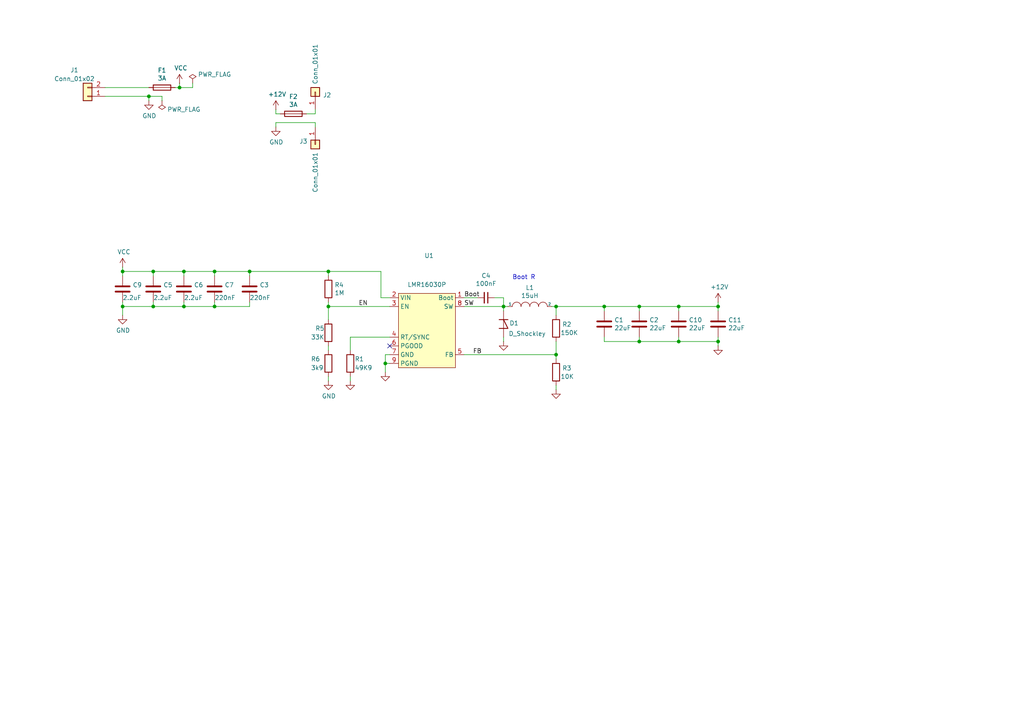
<source format=kicad_sch>
(kicad_sch (version 20231120) (generator "eeschema") (generator_version "8.0")
  (paper "A4")
  (lib_symbols
    (symbol "Connector_Generic:Conn_01x01" (pin_names (offset 1.016) hide)
      (property "Reference" "J" (at 0 2.54 0))
      (property "Value" "Conn_01x01" (at 0 -2.54 0))
      (symbol "Conn_01x01_1_1"
        (rectangle (start -1.27 0.127) (end 0 -0.127) (stroke (width 0.1524)))
        (rectangle (start -1.27 1.27) (end 1.27 -1.27) (stroke (width 0.254)) (fill (type background)))
        (pin passive line (at -5.08 0 0) (length 3.81) (name "Pin_1") (number "1"))
      )
    )
    (symbol "Connector_Generic:Conn_01x02" (pin_names (offset 1.016) hide)
      (property "Reference" "J" (at 0 2.54 0))
      (property "Value" "Conn_01x02" (at 0 -5.08 0))
      (symbol "Conn_01x02_1_1"
        (rectangle (start -1.27 -2.413) (end 0 -2.667) (stroke (width 0.1524)))
        (rectangle (start -1.27 0.127) (end 0 -0.127) (stroke (width 0.1524)))
        (rectangle (start -1.27 1.27) (end 1.27 -3.81) (stroke (width 0.254)) (fill (type background)))
        (pin passive line (at -5.08 0 0) (length 3.81) (name "Pin_1") (number "1"))
        (pin passive line (at -5.08 -2.54 0) (length 3.81) (name "Pin_2") (number "2"))
      )
    )
    (symbol "Device:C" (pin_numbers hide) (pin_names (offset 0.254))
      (property "Reference" "C" (at 0.635 2.54 0))
      (property "Value" "C" (at 0.635 -2.54 0))
      (symbol "C_0_1"
        (polyline (pts (xy -2.032 -0.762) (xy 2.032 -0.762)) (stroke (width 0.508)))
        (polyline (pts (xy -2.032 0.762) (xy 2.032 0.762)) (stroke (width 0.508)))
      )
      (symbol "C_1_1"
        (pin passive line (at 0 3.81 270) (length 2.794) (name "~") (number "1"))
        (pin passive line (at 0 -3.81 90) (length 2.794) (name "~") (number "2"))
      )
    )
    (symbol "Device:C_Small" (pin_numbers hide) (pin_names (offset 0.254) hide)
      (property "Reference" "C" (at 0.254 1.778 0))
      (property "Value" "C_Small" (at 0.254 -2.032 0))
      (symbol "C_Small_0_1"
        (polyline (pts (xy -1.524 -0.508) (xy 1.524 -0.508)) (stroke (width 0.3302)))
        (polyline (pts (xy -1.524 0.508) (xy 1.524 0.508)) (stroke (width 0.3048)))
      )
      (symbol "C_Small_1_1"
        (pin passive line (at 0 2.54 270) (length 2.032) (name "~") (number "1"))
        (pin passive line (at 0 -2.54 90) (length 2.032) (name "~") (number "2"))
      )
    )
    (symbol "Device:D_Shockley" (pin_numbers hide) (pin_names (offset 1.016) hide)
      (property "Reference" "D" (at 0 2.54 0))
      (property "Value" "D_Shockley" (at 0 -2.54 0))
      (symbol "D_Shockley_0_1"
        (polyline (pts (xy -1.27 0) (xy 1.27 0)))
        (polyline (pts (xy -1.27 1.27) (xy -1.27 -1.27)) (stroke (width 0.254)))
        (polyline (pts (xy -1.27 0) (xy 1.27 1.27) (xy 1.27 -1.27)) (stroke (width 0.254)))
      )
      (symbol "D_Shockley_1_1"
        (pin passive line (at -3.81 0 0) (length 2.54) (name "K") (number "1"))
        (pin passive line (at 3.81 0 180) (length 2.54) (name "A") (number "2"))
      )
    )
    (symbol "Device:Fuse" (pin_numbers hide) (pin_names (offset 0))
      (property "Reference" "F" (at 2.032 0 90))
      (property "Value" "Fuse" (at -1.905 0 90))
      (symbol "Fuse_0_1"
        (rectangle (start -0.762 -2.54) (end 0.762 2.54) (stroke (width 0.254)))
        (polyline (pts (xy 0 2.54) (xy 0 -2.54)))
      )
      (symbol "Fuse_1_1"
        (pin passive line (at 0 3.81 270) (length 1.27) (name "~") (number "1"))
        (pin passive line (at 0 -3.81 90) (length 1.27) (name "~") (number "2"))
      )
    )
    (symbol "Device:R" (pin_numbers hide) (pin_names (offset 0))
      (property "Reference" "R" (at 2.032 0 90))
      (property "Value" "R" (at 0 0 90))
      (symbol "R_0_1"
        (rectangle (start -1.016 -2.54) (end 1.016 2.54) (stroke (width 0.254)))
      )
      (symbol "R_1_1"
        (pin passive line (at 0 3.81 270) (length 1.27) (name "~") (number "1"))
        (pin passive line (at 0 -3.81 90) (length 1.27) (name "~") (number "2"))
      )
    )
    (symbol "cacophony-library:LMR16030P"
      (property "Reference" "U2" (at -0.635 16.51 0))
      (property "Value" "LMR16030P" (at -0.635 13.97 0))
      (symbol "LMR16030P_0_1"
        (rectangle (start -8.89 11.43) (end 7.62 -10.16) (fill (type background)))
      )
      (symbol "LMR16030P_1_1"
        (pin passive line (at 10.16 10.16 180) (length 2.54) (name "Boot") (number "1"))
        (pin passive line (at -11.43 10.16 0) (length 2.54) (name "VIN") (number "2"))
        (pin passive line (at -11.43 7.62 0) (length 2.54) (name "EN") (number "3"))
        (pin passive line (at -11.43 -1.27 0) (length 2.54) (name "RT/SYNC") (number "4"))
        (pin passive line (at 10.16 -6.35 180) (length 2.54) (name "FB") (number "5"))
        (pin passive line (at -11.43 -3.81 0) (length 2.54) (name "PGOOD") (number "6"))
        (pin passive line (at -11.43 -6.35 0) (length 2.54) (name "GND") (number "7"))
        (pin power_out line (at 10.16 7.62 180) (length 2.54) (name "SW") (number "8"))
        (pin passive line (at -11.43 -8.89 0) (length 2.54) (name "PGND") (number "9"))
      )
    )
    (symbol "cacophony-library:Power_Inductor" (pin_numbers hide) (pin_names (offset 0))
      (property "Reference" "L" (at 0 6.35 0))
      (property "Value" "H" (at 0 3.81 0))
      (symbol "Power_Inductor_0_1"
        (arc (start -2.54 0) (mid -3.81 1.2645) (end -5.08 0))
        (arc (start 0 0) (mid -1.27 1.2645) (end -2.54 0))
        (arc (start 2.54 0) (mid 1.27 1.2645) (end 0 0))
        (arc (start 5.08 0) (mid 3.81 1.2645) (end 2.54 0))
      )
      (symbol "Power_Inductor_1_1"
        (pin power_in line (at -6.35 0 0) (length 1.27) (name "1") (number "1"))
        (pin power_out line (at 6.35 0 180) (length 1.27) (name "2") (number "2"))
      )
    )
    (symbol "power:+12V" (power) (pin_numbers hide) (pin_names (offset 0) hide)
      (property "Value" "+12V" (at 0 3.556 0))
      (symbol "+12V_0_1"
        (polyline (pts (xy -0.762 1.27) (xy 0 2.54)))
        (polyline (pts (xy 0 0) (xy 0 2.54)))
        (polyline (pts (xy 0 2.54) (xy 0.762 1.27)))
      )
      (symbol "+12V_1_1"
        (pin power_in line (at 0 0 90) (length 0) (name "~") (number "1"))
      )
    )
    (symbol "power:GND" (power) (pin_numbers hide) (pin_names (offset 0) hide)
      (property "Value" "GND" (at 0 -3.81 0))
      (symbol "GND_0_1"
        (polyline (pts (xy 0 0) (xy 0 -1.27) (xy 1.27 -1.27) (xy 0 -2.54) (xy -1.27 -1.27) (xy 0 -1.27)))
      )
      (symbol "GND_1_1"
        (pin power_in line (at 0 0 270) (length 0) (name "~") (number "1"))
      )
    )
    (symbol "power:PWR_FLAG" (power) (pin_numbers hide) (pin_names (offset 0) hide)
      (property "Value" "PWR_FLAG" (at 0 3.81 0))
      (symbol "PWR_FLAG_0_0"
        (pin power_out line (at 0 0 90) (length 0) (name "~") (number "1"))
      )
      (symbol "PWR_FLAG_0_1"
        (polyline (pts (xy 0 0) (xy 0 1.27) (xy -1.016 1.905) (xy 0 2.54) (xy 1.016 1.905) (xy 0 1.27)))
      )
    )
    (symbol "power:VCC" (power) (pin_numbers hide) (pin_names (offset 0) hide)
      (property "Value" "VCC" (at 0 3.556 0))
      (symbol "VCC_0_1"
        (polyline (pts (xy -0.762 1.27) (xy 0 2.54)))
        (polyline (pts (xy 0 0) (xy 0 2.54)))
        (polyline (pts (xy 0 2.54) (xy 0.762 1.27)))
      )
      (symbol "VCC_1_1"
        (pin power_in line (at 0 0 90) (length 0) (name "~") (number "1"))
      )
    )
  )
  (junction (at 161.29 88.9))
  (junction (at 111.76 105.41))
  (junction (at 146.05 88.9))
  (junction (at 196.85 99.06))
  (junction (at 35.56 78.74))
  (junction (at 208.28 88.9))
  (junction (at 52.07 25.4))
  (junction (at 175.26 88.9))
  (junction (at 43.18 27.94))
  (junction (at 185.42 88.9))
  (junction (at 196.85 88.9))
  (junction (at 185.42 99.06))
  (junction (at 62.23 88.9))
  (junction (at 35.56 88.9))
  (junction (at 95.25 78.74))
  (junction (at 44.45 88.9))
  (junction (at 44.45 78.74))
  (junction (at 72.39 78.74))
  (junction (at 53.34 88.9))
  (junction (at 208.28 99.06))
  (junction (at 53.34 78.74))
  (junction (at 62.23 78.74))
  (junction (at 161.29 102.87))
  (junction (at 95.25 88.9))
  (no_connect (at 113.03 100.33))
  (wire (pts (xy 62.23 78.74) (xy 53.34 78.74)))
  (wire (pts (xy 161.29 88.9) (xy 161.29 91.44)))
  (wire (pts (xy 80.01 35.56) (xy 91.44 35.56)))
  (wire (pts (xy 95.25 87.63) (xy 95.25 88.9)))
  (wire (pts (xy 101.6 97.79) (xy 101.6 101.6)))
  (wire (pts (xy 72.39 87.63) (xy 72.39 88.9)))
  (wire (pts (xy 161.29 113.03) (xy 161.29 111.76)))
  (wire (pts (xy 53.34 78.74) (xy 44.45 78.74)))
  (wire (pts (xy 161.29 88.9) (xy 175.26 88.9)))
  (wire (pts (xy 62.23 78.74) (xy 72.39 78.74)))
  (wire (pts (xy 30.48 27.94) (xy 43.18 27.94)))
  (wire (pts (xy 35.56 88.9) (xy 44.45 88.9)))
  (wire (pts (xy 208.28 99.06) (xy 208.28 97.79)))
  (wire (pts (xy 146.05 90.17) (xy 146.05 88.9)))
  (wire (pts (xy 196.85 99.06) (xy 208.28 99.06)))
  (wire (pts (xy 146.05 88.9) (xy 147.32 88.9)))
  (wire (pts (xy 175.26 99.06) (xy 185.42 99.06)))
  (wire (pts (xy 35.56 88.9) (xy 35.56 87.63)))
  (wire (pts (xy 113.03 86.36) (xy 110.49 86.36)))
  (wire (pts (xy 134.62 86.36) (xy 138.43 86.36)))
  (wire (pts (xy 35.56 78.74) (xy 35.56 80.01)))
  (wire (pts (xy 161.29 102.87) (xy 161.29 99.06)))
  (wire (pts (xy 208.28 88.9) (xy 196.85 88.9)))
  (wire (pts (xy 95.25 109.22) (xy 95.25 110.49)))
  (wire (pts (xy 30.48 25.4) (xy 43.18 25.4)))
  (wire (pts (xy 53.34 88.9) (xy 44.45 88.9)))
  (wire (pts (xy 208.28 100.33) (xy 208.28 99.06)))
  (wire (pts (xy 35.56 78.74) (xy 44.45 78.74)))
  (wire (pts (xy 196.85 99.06) (xy 196.85 97.79)))
  (wire (pts (xy 175.26 90.17) (xy 175.26 88.9)))
  (wire (pts (xy 91.44 35.56) (xy 91.44 36.83)))
  (wire (pts (xy 35.56 88.9) (xy 35.56 91.44)))
  (wire (pts (xy 80.01 31.75) (xy 80.01 33.02)))
  (wire (pts (xy 175.26 88.9) (xy 185.42 88.9)))
  (wire (pts (xy 88.9 33.02) (xy 91.44 33.02)))
  (wire (pts (xy 160.02 88.9) (xy 161.29 88.9)))
  (wire (pts (xy 95.25 101.6) (xy 95.25 100.33)))
  (wire (pts (xy 110.49 86.36) (xy 110.49 78.74)))
  (wire (pts (xy 62.23 88.9) (xy 53.34 88.9)))
  (wire (pts (xy 95.25 78.74) (xy 110.49 78.74)))
  (wire (pts (xy 95.25 80.01) (xy 95.25 78.74)))
  (wire (pts (xy 62.23 88.9) (xy 72.39 88.9)))
  (wire (pts (xy 91.44 33.02) (xy 91.44 31.75)))
  (wire (pts (xy 208.28 90.17) (xy 208.28 88.9)))
  (wire (pts (xy 134.62 88.9) (xy 146.05 88.9)))
  (wire (pts (xy 50.8 25.4) (xy 52.07 25.4)))
  (wire (pts (xy 95.25 88.9) (xy 113.03 88.9)))
  (wire (pts (xy 208.28 87.63) (xy 208.28 88.9)))
  (wire (pts (xy 43.18 27.94) (xy 43.18 29.21)))
  (wire (pts (xy 80.01 36.83) (xy 80.01 35.56)))
  (wire (pts (xy 53.34 80.01) (xy 53.34 78.74)))
  (wire (pts (xy 53.34 87.63) (xy 53.34 88.9)))
  (wire (pts (xy 185.42 88.9) (xy 185.42 90.17)))
  (wire (pts (xy 101.6 109.22) (xy 101.6 110.49)))
  (wire (pts (xy 146.05 86.36) (xy 146.05 88.9)))
  (wire (pts (xy 111.76 105.41) (xy 111.76 107.95)))
  (wire (pts (xy 146.05 97.79) (xy 146.05 99.06)))
  (wire (pts (xy 35.56 78.74) (xy 35.56 77.47)))
  (wire (pts (xy 143.51 86.36) (xy 146.05 86.36)))
  (wire (pts (xy 62.23 87.63) (xy 62.23 88.9)))
  (wire (pts (xy 185.42 99.06) (xy 196.85 99.06)))
  (wire (pts (xy 113.03 102.87) (xy 111.76 102.87)))
  (wire (pts (xy 95.25 92.71) (xy 95.25 88.9)))
  (wire (pts (xy 161.29 102.87) (xy 161.29 104.14)))
  (wire (pts (xy 55.88 25.4) (xy 55.88 24.13)))
  (wire (pts (xy 175.26 97.79) (xy 175.26 99.06)))
  (wire (pts (xy 80.01 33.02) (xy 81.28 33.02)))
  (wire (pts (xy 52.07 25.4) (xy 52.07 24.13)))
  (wire (pts (xy 111.76 102.87) (xy 111.76 105.41)))
  (wire (pts (xy 101.6 97.79) (xy 113.03 97.79)))
  (wire (pts (xy 134.62 102.87) (xy 161.29 102.87)))
  (wire (pts (xy 43.18 27.94) (xy 46.99 27.94)))
  (wire (pts (xy 62.23 80.01) (xy 62.23 78.74)))
  (wire (pts (xy 52.07 25.4) (xy 55.88 25.4)))
  (wire (pts (xy 44.45 87.63) (xy 44.45 88.9)))
  (wire (pts (xy 196.85 88.9) (xy 185.42 88.9)))
  (wire (pts (xy 196.85 90.17) (xy 196.85 88.9)))
  (wire (pts (xy 46.99 27.94) (xy 46.99 29.21)))
  (wire (pts (xy 185.42 97.79) (xy 185.42 99.06)))
  (wire (pts (xy 113.03 105.41) (xy 111.76 105.41)))
  (wire (pts (xy 72.39 78.74) (xy 95.25 78.74)))
  (wire (pts (xy 72.39 80.01) (xy 72.39 78.74)))
  (wire (pts (xy 44.45 80.01) (xy 44.45 78.74)))
  (text "Boot R" (at 148.59 81.28 0) (effects (font (size 1.27 1.27)) (justify left bottom)))
  (label "FB" (at 137.16 102.87 0))
  (label "SW" (at 134.62 88.9 0))
  (label "EN" (at 106.68 88.9 180))
  (label "Boot" (at 134.62 86.36 0))
  (symbol (lib_id "power:GND") (at 111.76 107.95 0) (unit 1)
    (property "Reference" "#PWR0101" (effects (hide yes)))
    (property "Value" "GND" (effects (hide yes)))
    (property "Description" "Power symbol creates a global label with name \"GND\" , ground" (effects (hide yes)))
  )
  (symbol (lib_id "Device:R") (at 101.6 105.41 0) (unit 1)
    (property "Reference" "R1" (at 102.87 104.14 0) (effects (justify left)))
    (property "Value" "49K9" (at 102.87 106.68 0) (effects (justify left)))
    (property "Footprint" "Resistor_SMD:R_0603_1608Metric" (effects (hide yes)))
    (property "LCSC" "C23184" (effects (hide yes)))
  )
  (symbol (lib_id "power:GND") (at 101.6 110.49 0) (unit 1)
    (property "Reference" "#PWR0103" (effects (hide yes)))
    (property "Value" "GND" (effects (hide yes)))
    (property "Description" "Power symbol creates a global label with name \"GND\" , ground" (effects (hide yes)))
  )
  (symbol (lib_id "power:VCC") (at 35.56 77.47 0) (unit 1)
    (property "Reference" "#PWR0104" (effects (hide yes)))
    (property "Value" "VCC" (at 35.941 73.0758 0))
    (property "Description" "Power symbol creates a global label with name \"VCC\"" (effects (hide yes)))
  )
  (symbol (lib_id "Device:D_Shockley") (at 146.05 93.98 270) (unit 1)
    (property "Reference" "D1" (at 149.098 93.726 90))
    (property "Value" "D_Shockley" (at 152.908 96.774 90))
    (property "Footprint" "Diode_SMD:D_SMA" (effects (hide yes)))
    (property "LCSC" "C22452" (effects (hide yes)))
  )
  (symbol (lib_id "power:GND") (at 146.05 99.06 0) (unit 1)
    (property "Reference" "#PWR0105" (effects (hide yes)))
    (property "Value" "GND" (effects (hide yes)))
    (property "Description" "Power symbol creates a global label with name \"GND\" , ground" (effects (hide yes)))
  )
  (symbol (lib_id "Device:C_Small") (at 140.97 86.36 270) (unit 1)
    (property "Reference" "C4" (at 140.97 79.9592 90))
    (property "Value" "100nF" (at 140.97 82.2706 90))
    (property "Footprint" "Capacitor_SMD:C_0603_1608Metric" (effects (hide yes)))
    (property "Description" "Unpolarized capacitor, small symbol" (effects (hide yes)))
    (property "LCSC" "C14663" (effects (hide yes)))
  )
  (symbol (lib_id "cacophony-library:Power_Inductor") (at 153.67 88.9 0) (unit 1)
    (property "Reference" "L1" (at 153.67 83.439 0))
    (property "Value" "15uH" (at 153.67 85.7504 0))
    (property "Footprint" "battery-dc-dc-converter:SWRH1207B" (effects (hide yes)))
    (property "Description" "Inductor symbol for simulation only" (effects (hide yes)))
    (property "LCSC" "C115137" (effects (hide yes)))
  )
  (symbol (lib_id "Device:R") (at 161.29 95.25 0) (unit 1)
    (property "Reference" "R2" (at 163.068 94.0816 0) (effects (justify left)))
    (property "Value" "150K" (at 162.56 96.52 0) (effects (justify left)))
    (property "Footprint" "Resistor_SMD:R_0603_1608Metric" (effects (hide yes)))
    (property "LCSC" "C326734" (effects (hide yes)))
  )
  (symbol (lib_id "Device:R") (at 161.29 107.95 0) (unit 1)
    (property "Reference" "R3" (at 163.068 106.7816 0) (effects (justify left)))
    (property "Value" "10K" (at 162.56 109.22 0) (effects (justify left)))
    (property "Footprint" "Resistor_SMD:R_0603_1608Metric" (effects (hide yes)))
    (property "LCSC" "C25804" (effects (hide yes)))
  )
  (symbol (lib_id "power:GND") (at 161.29 113.03 0) (unit 1)
    (property "Reference" "#PWR0106" (effects (hide yes)))
    (property "Value" "GND" (effects (hide yes)))
    (property "Description" "Power symbol creates a global label with name \"GND\" , ground" (effects (hide yes)))
  )
  (symbol (lib_id "power:GND") (at 208.28 100.33 0) (unit 1)
    (property "Reference" "#PWR0107" (effects (hide yes)))
    (property "Value" "GND" (effects (hide yes)))
    (property "Description" "Power symbol creates a global label with name \"GND\" , ground" (effects (hide yes)))
  )
  (symbol (lib_id "power:+12V") (at 208.28 87.63 0) (unit 1)
    (property "Reference" "#PWR0108" (effects (hide yes)))
    (property "Value" "+12V" (at 208.661 83.2358 0))
    (property "Description" "Power symbol creates a global label with name \"+12V\"" (effects (hide yes)))
  )
  (symbol (lib_id "power:VCC") (at 52.07 24.13 0) (unit 1)
    (property "Reference" "#PWR0109" (effects (hide yes)))
    (property "Value" "VCC" (at 52.451 19.7358 0))
    (property "Description" "Power symbol creates a global label with name \"VCC\"" (effects (hide yes)))
  )
  (symbol (lib_id "power:GND") (at 43.18 29.21 0) (unit 1)
    (property "Reference" "#PWR0110" (effects (hide yes)))
    (property "Value" "GND" (at 43.307 33.6042 0))
    (property "Description" "Power symbol creates a global label with name \"GND\" , ground" (effects (hide yes)))
  )
  (symbol (lib_id "Connector_Generic:Conn_01x02") (at 25.4 27.94 180) (unit 1)
    (property "Reference" "J1" (at 21.59 20.32 0))
    (property "Value" "Conn_01x02" (at 21.59 22.86 0))
    (property "Footprint" "scooter-ps:xt60pw-m" (effects (hide yes)))
    (property "LCSC" "C98732" (effects (hide yes)))
  )
  (symbol (lib_id "power:GND") (at 80.01 36.83 0) (unit 1)
    (property "Reference" "#PWR0111" (effects (hide yes)))
    (property "Value" "GND" (at 80.137 41.2242 0))
    (property "Description" "Power symbol creates a global label with name \"GND\" , ground" (effects (hide yes)))
  )
  (symbol (lib_id "power:+12V") (at 80.01 31.75 0) (unit 1)
    (property "Reference" "#PWR0112" (effects (hide yes)))
    (property "Value" "+12V" (at 80.391 27.3558 0))
    (property "Description" "Power symbol creates a global label with name \"+12V\"" (effects (hide yes)))
  )
  (symbol (lib_id "Device:C") (at 175.26 93.98 0) (unit 1)
    (property "Reference" "C1" (at 178.181 92.8116 0) (effects (justify left)))
    (property "Value" "22uF" (at 178.181 95.123 0) (effects (justify left)))
    (property "Footprint" "Capacitor_SMD:C_0805_2012Metric" (effects (hide yes)))
    (property "LCSC" "C602037" (effects (hide yes)))
  )
  (symbol (lib_id "Device:C") (at 185.42 93.98 0) (unit 1)
    (property "Reference" "C2" (at 188.341 92.8116 0) (effects (justify left)))
    (property "Value" "22uF" (at 188.341 95.123 0) (effects (justify left)))
    (property "Footprint" "Capacitor_SMD:C_0805_2012Metric" (effects (hide yes)))
    (property "LCSC" "C602037" (effects (hide yes)))
  )
  (symbol (lib_id "Device:C") (at 62.23 83.82 0) (unit 1)
    (property "Reference" "C7" (at 65.151 82.6516 0) (effects (justify left)))
    (property "Value" "220nF" (at 62.23 86.36 0) (effects (justify left)))
    (property "Footprint" "Capacitor_SMD:C_0805_2012Metric" (effects (hide yes)))
    (property "LCSC" "C513710" (effects (hide yes)))
  )
  (symbol (lib_id "Device:C") (at 53.34 83.82 0) (unit 1)
    (property "Reference" "C6" (at 56.261 82.6516 0) (effects (justify left)))
    (property "Value" "2.2uF" (at 53.34 86.36 0) (effects (justify left)))
    (property "Footprint" "Capacitor_SMD:C_1210_3225Metric" (effects (hide yes)))
    (property "LCSC" "C55151" (effects (hide yes)))
  )
  (symbol (lib_id "Device:C") (at 44.45 83.82 0) (unit 1)
    (property "Reference" "C5" (at 47.371 82.6516 0) (effects (justify left)))
    (property "Value" "2.2uF" (at 44.45 86.36 0) (effects (justify left)))
    (property "Footprint" "Capacitor_SMD:C_1210_3225Metric" (effects (hide yes)))
    (property "LCSC" "C55151" (effects (hide yes)))
  )
  (symbol (lib_id "power:GND") (at 35.56 91.44 0) (unit 1)
    (property "Reference" "#PWR0113" (effects (hide yes)))
    (property "Value" "GND" (at 35.687 95.8342 0))
    (property "Description" "Power symbol creates a global label with name \"GND\" , ground" (effects (hide yes)))
  )
  (symbol (lib_id "Device:Fuse") (at 46.99 25.4 270) (unit 1)
    (property "Reference" "F1" (at 46.99 20.3962 90))
    (property "Value" "3A" (at 46.99 22.7076 90))
    (property "Footprint" "Fuse:Fuse_1206_3216Metric_Pad1.42x1.75mm_HandSolder" (effects (hide yes)))
    (property "LCSC" "C140478" (effects (hide yes)))
  )
  (symbol (lib_id "Device:Fuse") (at 85.09 33.02 270) (unit 1)
    (property "Reference" "F2" (at 85.09 28.0162 90))
    (property "Value" "3A" (at 85.09 30.3276 90))
    (property "Footprint" "Fuse:Fuse_1206_3216Metric_Pad1.42x1.75mm_HandSolder" (effects (hide yes)))
    (property "LCSC" "C140478" (effects (hide yes)))
  )
  (symbol (lib_id "Device:R") (at 95.25 83.82 0) (unit 1)
    (property "Reference" "R4" (at 97.028 82.6516 0) (effects (justify left)))
    (property "Value" "1M" (at 97.028 84.963 0) (effects (justify left)))
    (property "Footprint" "Resistor_SMD:R_0603_1608Metric" (effects (hide yes)))
    (property "LCSC" "C22935" (effects (hide yes)))
  )
  (symbol (lib_id "power:GND") (at 95.25 110.49 0) (unit 1)
    (property "Reference" "#PWR0114" (effects (hide yes)))
    (property "Value" "GND" (at 95.377 114.8842 0))
    (property "Description" "Power symbol creates a global label with name \"GND\" , ground" (effects (hide yes)))
  )
  (symbol (lib_id "Device:R") (at 95.25 96.52 0) (unit 1)
    (property "Reference" "R5" (at 91.44 95.25 0) (effects (justify left)))
    (property "Value" "33K" (at 90.17 97.79 0) (effects (justify left)))
    (property "Footprint" "Resistor_SMD:R_0603_1608Metric" (effects (hide yes)))
    (property "LCSC" "C4216" (effects (hide yes)))
  )
  (symbol (lib_id "Device:R") (at 95.25 105.41 0) (unit 1)
    (property "Reference" "R6" (at 90.17 104.14 0) (effects (justify left)))
    (property "Value" "3k9" (at 90.17 106.68 0) (effects (justify left)))
    (property "Footprint" "Resistor_SMD:R_0603_1608Metric" (effects (hide yes)))
    (property "LCSC" "C23018" (effects (hide yes)))
  )
  (symbol (lib_id "Connector_Generic:Conn_01x01") (at 91.44 26.67 90) (unit 1)
    (property "Reference" "J2" (at 93.6752 27.5844 90) (effects (justify right)))
    (property "Value" "Conn_01x01" (at 91.44 12.7 0) (effects (justify right)))
    (property "Footprint" "battery-dc-dc-converter:hole-pad" (effects (hide yes)))
  )
  (symbol (lib_id "Connector_Generic:Conn_01x01") (at 91.44 41.91 270) (unit 1)
    (property "Reference" "J3" (at 89.2048 40.9956 90) (effects (justify right)))
    (property "Value" "Conn_01x01" (at 91.44 55.88 0) (effects (justify right)))
    (property "Footprint" "battery-dc-dc-converter:hole-pad" (effects (hide yes)))
  )
  (symbol (lib_id "cacophony-library:LMR16030P") (at 124.46 96.52 0) (unit 1)
    (property "Reference" "U1" (at 124.46 74.1426 0))
    (property "Value" "LMR16030P" (at 123.825 82.55 0))
    (property "Footprint" "Package_SO:TI_SO-PowerPAD-8" (effects (hide yes)))
    (property "Datasheet" "https://www.ti.com/lit/ds/symlink/lmr16030.pdf?HQS=dis-dk-null-digikeymode-dsf-pf-null-wwe&ts=1653195362736&ref_url=https%253A%252F%252Fwww.ti.com%252Fgeneral%252Fdocs%252Fsuppproductinfo.tsp%253FdistId%253D10%2526gotoUrl%253Dhttps%253A%252F%252Fwww.ti.com%252Flit%252Fgpn%252Flmr16030" (effects (hide yes)))
    (property "LCSC" "C90665" (effects (hide yes)))
  )
  (symbol (lib_id "power:PWR_FLAG") (at 46.99 29.21 180) (unit 1)
    (property "Reference" "#FLG0102" (effects (hide yes)))
    (property "Value" "PWR_FLAG" (at 53.34 31.75 0))
    (property "Description" "Special symbol for telling ERC where power comes from" (effects (hide yes)))
  )
  (symbol (lib_id "power:PWR_FLAG") (at 55.88 24.13 0) (unit 1)
    (property "Reference" "#FLG0103" (effects (hide yes)))
    (property "Value" "PWR_FLAG" (at 62.23 21.59 0))
    (property "Description" "Special symbol for telling ERC where power comes from" (effects (hide yes)))
  )
  (symbol (lib_id "Device:C") (at 72.39 83.82 0) (unit 1)
    (property "Reference" "C3" (at 75.311 82.6516 0) (effects (justify left)))
    (property "Value" "220nF" (at 72.39 86.36 0) (effects (justify left)))
    (property "Footprint" "Capacitor_SMD:C_0805_2012Metric" (effects (hide yes)))
    (property "LCSC" "C513710" (effects (hide yes)))
  )
  (symbol (lib_id "Device:C") (at 35.56 83.82 0) (unit 1)
    (property "Reference" "C9" (at 38.481 82.6516 0) (effects (justify left)))
    (property "Value" "2.2uF" (at 35.56 86.36 0) (effects (justify left)))
    (property "Footprint" "Capacitor_SMD:C_1210_3225Metric" (effects (hide yes)))
    (property "LCSC" "C55151" (effects (hide yes)))
  )
  (symbol (lib_id "Device:C") (at 196.85 93.98 0) (unit 1)
    (property "Reference" "C10" (at 199.771 92.8116 0) (effects (justify left)))
    (property "Value" "22uF" (at 199.771 95.123 0) (effects (justify left)))
    (property "Footprint" "Capacitor_SMD:C_0805_2012Metric" (effects (hide yes)))
    (property "LCSC" "C602037" (effects (hide yes)))
  )
  (symbol (lib_id "Device:C") (at 208.28 93.98 0) (unit 1)
    (property "Reference" "C11" (at 211.201 92.8116 0) (effects (justify left)))
    (property "Value" "22uF" (at 211.201 95.123 0) (effects (justify left)))
    (property "Footprint" "Capacitor_SMD:C_0805_2012Metric" (effects (hide yes)))
    (property "LCSC" "C602037" (effects (hide yes)))
  )
)
</source>
